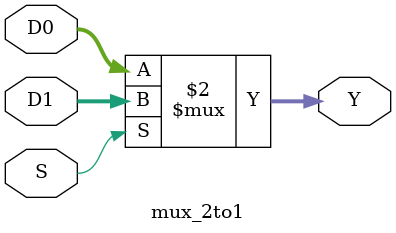
<source format=sv>
module mux_2to1 (
    input wire S, 
    input wire [31:0]D0, 
    input wire [31:0]D1, 
    output wire [31:0]Y 
);
    assign Y = (S == 1'b0) ? D0 : D1;
endmodule

</source>
